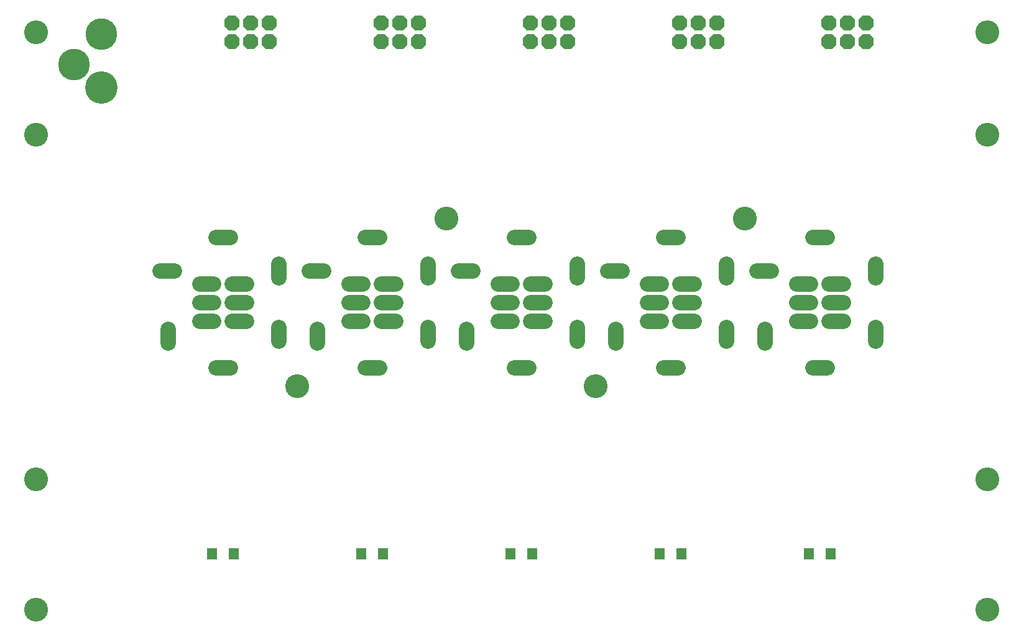
<source format=gts>
G75*
G70*
%OFA0B0*%
%FSLAX24Y24*%
%IPPOS*%
%LPD*%
%AMOC8*
5,1,8,0,0,1.08239X$1,22.5*
%
%ADD10C,0.1740*%
%ADD11C,0.1700*%
%ADD12OC8,0.0820*%
%ADD13R,0.0552X0.0631*%
%ADD14C,0.1280*%
%ADD15C,0.0820*%
D10*
X005160Y029696D03*
D11*
X003679Y030947D03*
X005150Y032579D03*
D12*
X012160Y032160D03*
X012160Y033160D03*
X013160Y033160D03*
X013160Y032160D03*
X014160Y032160D03*
X014160Y033160D03*
X020160Y033160D03*
X021160Y033160D03*
X021160Y032160D03*
X020160Y032160D03*
X022160Y032160D03*
X022160Y033160D03*
X028160Y033160D03*
X028160Y032160D03*
X029160Y032160D03*
X029160Y033160D03*
X030160Y033160D03*
X030160Y032160D03*
X036160Y032160D03*
X036160Y033160D03*
X037160Y033160D03*
X037160Y032160D03*
X038160Y032160D03*
X038160Y033160D03*
X044160Y033160D03*
X044160Y032160D03*
X045160Y032160D03*
X046160Y032160D03*
X046160Y033160D03*
X045160Y033160D03*
D13*
X044251Y004660D03*
X043069Y004660D03*
X036251Y004660D03*
X035069Y004660D03*
X028251Y004660D03*
X027069Y004660D03*
X020251Y004660D03*
X019069Y004660D03*
X012251Y004660D03*
X011069Y004660D03*
D14*
X001660Y001660D03*
X001660Y008660D03*
X015660Y013660D03*
X023660Y022660D03*
X031660Y013660D03*
X039660Y022660D03*
X052660Y027160D03*
X052660Y032660D03*
X052660Y008660D03*
X052660Y001660D03*
X001660Y027160D03*
X001660Y032660D03*
D15*
X011290Y021660D02*
X012030Y021660D01*
X014660Y020230D02*
X014660Y019490D01*
X016290Y019860D02*
X017030Y019860D01*
X018420Y019160D02*
X019160Y019160D01*
X020160Y019160D02*
X020900Y019160D01*
X020900Y018160D02*
X020160Y018160D01*
X020160Y017160D02*
X020900Y017160D01*
X019160Y017160D02*
X018420Y017160D01*
X018420Y018160D02*
X019160Y018160D01*
X016710Y016730D02*
X016710Y015990D01*
X014660Y016090D02*
X014660Y016830D01*
X012900Y017160D02*
X012160Y017160D01*
X012160Y018160D02*
X012900Y018160D01*
X012900Y019160D02*
X012160Y019160D01*
X011160Y019160D02*
X010420Y019160D01*
X010420Y018160D02*
X011160Y018160D01*
X011160Y017160D02*
X010420Y017160D01*
X008710Y016730D02*
X008710Y015990D01*
X011290Y014660D02*
X012030Y014660D01*
X019290Y014660D02*
X020030Y014660D01*
X022660Y016090D02*
X022660Y016830D01*
X024710Y016730D02*
X024710Y015990D01*
X026420Y017160D02*
X027160Y017160D01*
X028160Y017160D02*
X028900Y017160D01*
X028900Y018160D02*
X028160Y018160D01*
X027160Y018160D02*
X026420Y018160D01*
X026420Y019160D02*
X027160Y019160D01*
X028160Y019160D02*
X028900Y019160D01*
X030660Y019490D02*
X030660Y020230D01*
X032290Y019860D02*
X033030Y019860D01*
X034420Y019160D02*
X035160Y019160D01*
X036160Y019160D02*
X036900Y019160D01*
X036900Y018160D02*
X036160Y018160D01*
X036160Y017160D02*
X036900Y017160D01*
X035160Y017160D02*
X034420Y017160D01*
X034420Y018160D02*
X035160Y018160D01*
X032710Y016730D02*
X032710Y015990D01*
X030660Y016090D02*
X030660Y016830D01*
X028030Y014660D02*
X027290Y014660D01*
X022660Y019490D02*
X022660Y020230D01*
X024290Y019860D02*
X025030Y019860D01*
X027290Y021660D02*
X028030Y021660D01*
X035290Y021660D02*
X036030Y021660D01*
X038660Y020230D02*
X038660Y019490D01*
X040290Y019860D02*
X041030Y019860D01*
X042420Y019160D02*
X043160Y019160D01*
X044160Y019160D02*
X044900Y019160D01*
X044900Y018160D02*
X044160Y018160D01*
X044160Y017160D02*
X044900Y017160D01*
X043160Y017160D02*
X042420Y017160D01*
X042420Y018160D02*
X043160Y018160D01*
X040710Y016730D02*
X040710Y015990D01*
X038660Y016090D02*
X038660Y016830D01*
X036030Y014660D02*
X035290Y014660D01*
X043290Y014660D02*
X044030Y014660D01*
X046660Y016090D02*
X046660Y016830D01*
X046660Y019490D02*
X046660Y020230D01*
X044030Y021660D02*
X043290Y021660D01*
X020030Y021660D02*
X019290Y021660D01*
X009030Y019860D02*
X008290Y019860D01*
M02*

</source>
